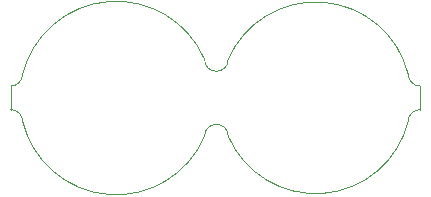
<source format=gbr>
%TF.GenerationSoftware,KiCad,Pcbnew,9.0.4*%
%TF.CreationDate,2025-12-16T21:44:14-08:00*%
%TF.ProjectId,Droplet,44726f70-6c65-4742-9e6b-696361645f70,rev?*%
%TF.SameCoordinates,Original*%
%TF.FileFunction,Profile,NP*%
%FSLAX46Y46*%
G04 Gerber Fmt 4.6, Leading zero omitted, Abs format (unit mm)*
G04 Created by KiCad (PCBNEW 9.0.4) date 2025-12-16 21:44:14*
%MOMM*%
%LPD*%
G01*
G04 APERTURE LIST*
%TA.AperFunction,Profile*%
%ADD10C,0.050000*%
%TD*%
%TA.AperFunction,Profile*%
%ADD11C,0.100000*%
%TD*%
G04 APERTURE END LIST*
D10*
X92540800Y-35417000D02*
X92540800Y-33417024D01*
X93540825Y-32417000D02*
G75*
G02*
X108943818Y-31167003I7913285J-1984750D01*
G01*
X127183825Y-35417000D02*
X127183825Y-33417000D01*
X110943825Y-31167000D02*
G75*
G02*
X126183844Y-32416995I7408175J-3207700D01*
G01*
X126183826Y-36417001D02*
G75*
G02*
X110943842Y-37666993I-7831826J1957701D01*
G01*
X108943824Y-37667000D02*
G75*
G02*
X93540820Y-36417002I-7493924J3182860D01*
G01*
D11*
%TO.C,REF\u002A\u002A*%
X126183825Y-36417000D02*
G75*
G02*
X127183825Y-35417000I1000000J0D01*
G01*
X127183825Y-33417000D02*
G75*
G02*
X126183825Y-32417000I-1J999999D01*
G01*
X108943825Y-37667000D02*
G75*
G02*
X110943825Y-37667000I1000000J0D01*
G01*
X110943825Y-31167000D02*
G75*
G02*
X108943825Y-31167000I-1000000J0D01*
G01*
X92540825Y-35417000D02*
G75*
G02*
X93540825Y-36417000I1J-999999D01*
G01*
X93540825Y-32417000D02*
G75*
G02*
X92540825Y-33417000I-1000000J0D01*
G01*
%TD*%
M02*

</source>
